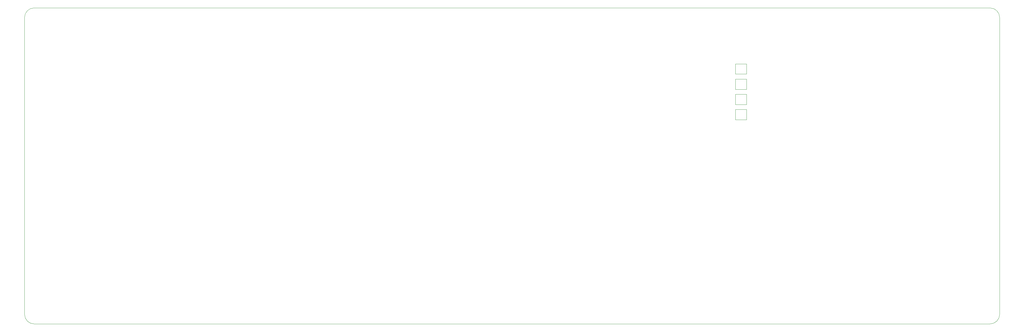
<source format=gm1>
G04 #@! TF.GenerationSoftware,KiCad,Pcbnew,(6.0.0)*
G04 #@! TF.CreationDate,2022-01-01T17:52:16+09:00*
G04 #@! TF.ProjectId,TwENkey,5477454e-6b65-4792-9e6b-696361645f70,rev?*
G04 #@! TF.SameCoordinates,Original*
G04 #@! TF.FileFunction,Profile,NP*
%FSLAX46Y46*%
G04 Gerber Fmt 4.6, Leading zero omitted, Abs format (unit mm)*
G04 Created by KiCad (PCBNEW (6.0.0)) date 2022-01-01 17:52:16*
%MOMM*%
%LPD*%
G01*
G04 APERTURE LIST*
G04 #@! TA.AperFunction,Profile*
%ADD10C,0.100000*%
G04 #@! TD*
G04 #@! TA.AperFunction,Profile*
%ADD11C,0.120000*%
G04 #@! TD*
G04 APERTURE END LIST*
D10*
X19275000Y-113050000D02*
G75*
G03*
X22275000Y-116050000I3000001J1D01*
G01*
X22275000Y-17250000D02*
G75*
G03*
X19275000Y-20250000I1J-3000001D01*
G01*
X320625000Y-116050000D02*
G75*
G03*
X323625000Y-113050000I-1J3000001D01*
G01*
X323625000Y-20250000D02*
G75*
G03*
X320625000Y-17250000I-3000001J-1D01*
G01*
X19275000Y-20250000D02*
X19275000Y-113050000D01*
X22275000Y-116050000D02*
X320625000Y-116050000D01*
X320625000Y-17250000D02*
X22275000Y-17250000D01*
X323625000Y-20250000D02*
X323625000Y-113050000D01*
D11*
X241137704Y-49001605D02*
X244637704Y-49001605D01*
X241137704Y-52201605D02*
X241137704Y-49001605D01*
X244637704Y-49001605D02*
X244637704Y-52201605D01*
X244637704Y-52201605D02*
X241137704Y-52201605D01*
X244637704Y-44239101D02*
X244637704Y-47439101D01*
X241137704Y-44239101D02*
X244637704Y-44239101D01*
X241137704Y-47439101D02*
X241137704Y-44239101D01*
X244637704Y-47439101D02*
X241137704Y-47439101D01*
X241137704Y-42676597D02*
X241137704Y-39476597D01*
X241137704Y-39476597D02*
X244637704Y-39476597D01*
X244637704Y-39476597D02*
X244637704Y-42676597D01*
X244637704Y-42676597D02*
X241137704Y-42676597D01*
X241137704Y-34714093D02*
X244637704Y-34714093D01*
X244637704Y-37914093D02*
X241137704Y-37914093D01*
X244637704Y-34714093D02*
X244637704Y-37914093D01*
X241137704Y-37914093D02*
X241137704Y-34714093D01*
M02*

</source>
